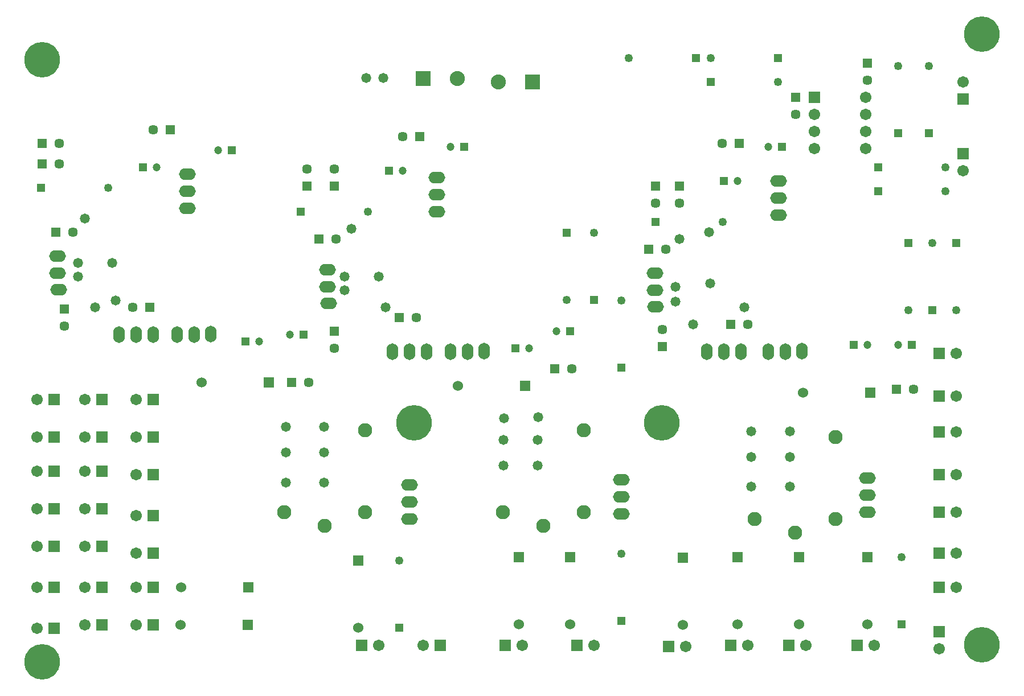
<source format=gbs>
G04*
G04 #@! TF.GenerationSoftware,Altium Limited,Altium Designer,23.1.1 (15)*
G04*
G04 Layer_Color=16711935*
%FSLAX44Y44*%
%MOMM*%
G71*
G04*
G04 #@! TF.SameCoordinates,B2619DF1-9EDC-4D65-B863-11D422F83FB1*
G04*
G04*
G04 #@! TF.FilePolarity,Negative*
G04*
G01*
G75*
%ADD20C,5.2832*%
%ADD21C,2.1082*%
%ADD22O,1.7272X2.4892*%
%ADD23O,2.4892X1.7272*%
%ADD24R,1.2000X1.2000*%
%ADD25C,1.2000*%
%ADD26C,1.2500*%
%ADD27R,1.2500X1.2500*%
%ADD28R,1.2500X1.2500*%
%ADD29R,1.5240X1.5240*%
%ADD30C,1.5240*%
%ADD31C,1.7032*%
%ADD32R,1.7032X1.7032*%
%ADD33C,1.4532*%
%ADD34R,1.4532X1.4532*%
%ADD35R,1.5240X1.5240*%
%ADD36C,2.2352*%
%ADD37R,2.2352X2.2352*%
%ADD38R,1.7032X1.7032*%
%ADD39C,1.4732*%
%ADD40R,1.4532X1.4532*%
D20*
X1612900Y1244600D02*
D03*
X215900Y311150D02*
D03*
X1136650Y666750D02*
D03*
X768350D02*
D03*
X215900Y1206500D02*
D03*
X1612900Y336550D02*
D03*
D21*
X695960Y533320D02*
D03*
X635960Y513320D02*
D03*
X575960Y533320D02*
D03*
X695960Y655320D02*
D03*
X1395080Y645240D02*
D03*
X1275080Y523240D02*
D03*
X1335080Y503240D02*
D03*
X1395080Y523240D02*
D03*
X1021080Y655320D02*
D03*
X901080Y533320D02*
D03*
X961080Y513320D02*
D03*
X1021080Y533320D02*
D03*
D22*
X1295400Y772160D02*
D03*
X1320800D02*
D03*
X1344930Y773430D02*
D03*
X822960Y772160D02*
D03*
X848360D02*
D03*
X872490Y773430D02*
D03*
X416560Y797560D02*
D03*
X441960D02*
D03*
X466090Y798830D02*
D03*
X381000Y797560D02*
D03*
X330200D02*
D03*
X355600D02*
D03*
X762000Y772160D02*
D03*
X736600D02*
D03*
X787400D02*
D03*
X1254760D02*
D03*
X1203960D02*
D03*
X1229360D02*
D03*
D23*
X1126490Y888746D02*
D03*
Y863346D02*
D03*
X1127760Y839216D02*
D03*
X640080Y894080D02*
D03*
Y868680D02*
D03*
X641350Y844550D02*
D03*
X238760Y914400D02*
D03*
Y889000D02*
D03*
X240030Y864870D02*
D03*
X431800Y1010920D02*
D03*
Y1036320D02*
D03*
Y985520D02*
D03*
X802640Y1005840D02*
D03*
Y1031240D02*
D03*
Y980440D02*
D03*
X762000Y523240D02*
D03*
Y574040D02*
D03*
Y548640D02*
D03*
X1310640Y975360D02*
D03*
Y1026160D02*
D03*
Y1000760D02*
D03*
X1076960Y556260D02*
D03*
Y581660D02*
D03*
Y530860D02*
D03*
X1442720Y558800D02*
D03*
Y584200D02*
D03*
Y533400D02*
D03*
D24*
X1508600Y782320D02*
D03*
X1229520Y1026160D02*
D03*
X1315560Y1076960D02*
D03*
X1422400Y782320D02*
D03*
X1000760Y802640D02*
D03*
X919800Y777240D02*
D03*
X843280Y1076960D02*
D03*
X604360Y797560D02*
D03*
X518320Y787400D02*
D03*
X731680Y1041400D02*
D03*
X497680Y1071880D02*
D03*
X365920Y1046480D02*
D03*
D25*
X1488600Y782320D02*
D03*
X1249520Y1026160D02*
D03*
X1295560Y1076960D02*
D03*
X1442400Y782320D02*
D03*
X980760Y802640D02*
D03*
X939800Y777240D02*
D03*
X823280Y1076960D02*
D03*
X584360Y797560D02*
D03*
X538320Y787400D02*
D03*
X751680Y1041400D02*
D03*
X477680Y1071880D02*
D03*
X385920Y1046480D02*
D03*
D26*
X1076960Y848360D02*
D03*
X1087920Y1209040D02*
D03*
X1309840Y1173480D02*
D03*
X1209840Y1209040D02*
D03*
X1574800Y833920D02*
D03*
X1493520Y466560D02*
D03*
X1558760Y1046480D02*
D03*
Y1010920D02*
D03*
X1488440Y1197280D02*
D03*
X1534160D02*
D03*
X1076960Y471640D02*
D03*
X1227760Y965200D02*
D03*
X746760Y461480D02*
D03*
X314160Y1016000D02*
D03*
X700240Y980440D02*
D03*
X995680Y849160D02*
D03*
X1036320Y949160D02*
D03*
X1503680Y833920D02*
D03*
X1539240Y933920D02*
D03*
D27*
X1076960Y748360D02*
D03*
X1574800Y933920D02*
D03*
X1493520Y366560D02*
D03*
X1488440Y1097280D02*
D03*
X1534160D02*
D03*
X1076960Y371640D02*
D03*
X746760Y361480D02*
D03*
X995680Y949160D02*
D03*
X1036320Y849160D02*
D03*
X1503680Y933920D02*
D03*
X1539240Y833920D02*
D03*
D28*
X1187920Y1209040D02*
D03*
X1209840Y1173480D02*
D03*
X1309840Y1209040D02*
D03*
X1458760Y1046480D02*
D03*
Y1010920D02*
D03*
X1127760Y965200D02*
D03*
X214160Y1016000D02*
D03*
X600240Y980440D02*
D03*
D29*
X522440Y421640D02*
D03*
X521640Y365760D02*
D03*
X1447000Y711200D02*
D03*
X933920Y721360D02*
D03*
X552920Y726440D02*
D03*
D30*
X422440Y421640D02*
D03*
X421640Y365760D02*
D03*
X1442720Y366560D02*
D03*
X1341120D02*
D03*
X1249680D02*
D03*
X1168400Y365760D02*
D03*
X1000760Y366560D02*
D03*
X1347000Y711200D02*
D03*
X924560Y366560D02*
D03*
X685800Y361480D02*
D03*
X833920Y721360D02*
D03*
X452920Y726440D02*
D03*
D31*
X355600Y421640D02*
D03*
Y365760D02*
D03*
X1440180Y1074420D02*
D03*
Y1099820D02*
D03*
Y1125220D02*
D03*
Y1150620D02*
D03*
X1363980Y1074420D02*
D03*
Y1099820D02*
D03*
Y1125220D02*
D03*
X1574800Y769620D02*
D03*
Y706120D02*
D03*
Y652780D02*
D03*
Y472440D02*
D03*
Y533400D02*
D03*
Y589280D02*
D03*
Y421640D02*
D03*
X1351280Y335280D02*
D03*
X355600Y701040D02*
D03*
Y645160D02*
D03*
Y589280D02*
D03*
Y528320D02*
D03*
Y472440D02*
D03*
X279400Y421640D02*
D03*
Y365760D02*
D03*
X208280Y594360D02*
D03*
X279400D02*
D03*
Y538480D02*
D03*
X208280Y421640D02*
D03*
X1584960Y1173480D02*
D03*
X1549400Y330200D02*
D03*
X782320Y335280D02*
D03*
X1264920D02*
D03*
X1172718Y333756D02*
D03*
X1452880Y335280D02*
D03*
X1036320D02*
D03*
X929640D02*
D03*
X716280D02*
D03*
X279400Y701040D02*
D03*
X208280D02*
D03*
X279400Y645160D02*
D03*
Y482600D02*
D03*
X208280Y360680D02*
D03*
Y482600D02*
D03*
Y645160D02*
D03*
Y538480D02*
D03*
X1584960Y1041400D02*
D03*
D32*
X381000Y421640D02*
D03*
Y365760D02*
D03*
X1363980Y1150620D02*
D03*
X1549400Y769620D02*
D03*
Y706120D02*
D03*
Y652780D02*
D03*
Y472440D02*
D03*
Y533400D02*
D03*
Y589280D02*
D03*
Y421640D02*
D03*
X1325880Y335280D02*
D03*
X381000Y701040D02*
D03*
Y645160D02*
D03*
Y589280D02*
D03*
Y528320D02*
D03*
Y472440D02*
D03*
X304800Y421640D02*
D03*
Y365760D02*
D03*
X233680Y594360D02*
D03*
X304800D02*
D03*
Y538480D02*
D03*
X233680Y421640D02*
D03*
X807720Y335280D02*
D03*
X1239520D02*
D03*
X1147318Y333756D02*
D03*
X1427480Y335280D02*
D03*
X1010920D02*
D03*
X904240D02*
D03*
X690880D02*
D03*
X304800Y701040D02*
D03*
X233680D02*
D03*
X304800Y645160D02*
D03*
Y482600D02*
D03*
X233680Y360680D02*
D03*
Y482600D02*
D03*
Y645160D02*
D03*
Y538480D02*
D03*
D33*
X1336040Y1125420D02*
D03*
X1163320Y993340D02*
D03*
X1442720Y1176220D02*
D03*
X1227020Y1082040D02*
D03*
X609600Y1043740D02*
D03*
X1137920Y804980D02*
D03*
X1127760Y993340D02*
D03*
X1511100Y716280D02*
D03*
X1143000Y924560D02*
D03*
X1264920Y812800D02*
D03*
X1003100Y746760D02*
D03*
X650240Y777640D02*
D03*
X248920Y810460D02*
D03*
X241100Y1051560D02*
D03*
Y1082040D02*
D03*
X261420Y949960D02*
D03*
X650240Y1043740D02*
D03*
X751840Y1092200D02*
D03*
X652580Y939800D02*
D03*
X772160Y822960D02*
D03*
X611940Y726440D02*
D03*
X381400Y1102360D02*
D03*
X350920Y838200D02*
D03*
D34*
X1336040Y1150420D02*
D03*
X1163320Y1018340D02*
D03*
X1442720Y1201220D02*
D03*
X609600Y1018740D02*
D03*
X1137920Y779980D02*
D03*
X1127760Y1018340D02*
D03*
X650240Y802640D02*
D03*
X248920Y835460D02*
D03*
X650240Y1018740D02*
D03*
D35*
X1442720Y466560D02*
D03*
X1341120D02*
D03*
X1249680D02*
D03*
X1168400Y465760D02*
D03*
X1000760Y466560D02*
D03*
X924560D02*
D03*
X685800Y461480D02*
D03*
D36*
X833120Y1178560D02*
D03*
X894080Y1173480D02*
D03*
D37*
X782320Y1178560D02*
D03*
X944880Y1173480D02*
D03*
D38*
X1584960Y1148080D02*
D03*
X1549400Y355600D02*
D03*
X1584960Y1066800D02*
D03*
D39*
X722630Y1179576D02*
D03*
X697230D02*
D03*
X1270000Y654050D02*
D03*
X1327150D02*
D03*
X1270000Y615950D02*
D03*
X1327150D02*
D03*
X1270000Y571500D02*
D03*
X1327150D02*
D03*
X635000Y577850D02*
D03*
X577850D02*
D03*
X635000Y622300D02*
D03*
X577850D02*
D03*
X635000Y660400D02*
D03*
X577850D02*
D03*
X952500Y603250D02*
D03*
X901700D02*
D03*
Y641350D02*
D03*
X952500D02*
D03*
X953008Y675132D02*
D03*
X902462Y672846D02*
D03*
X1183640Y812800D02*
D03*
X1207008Y949706D02*
D03*
X1156970Y846836D02*
D03*
X1157224Y868680D02*
D03*
X1209040Y873760D02*
D03*
X665480Y863600D02*
D03*
Y883920D02*
D03*
X1259840Y838200D02*
D03*
X716280Y883920D02*
D03*
X726440Y838200D02*
D03*
X1163320Y939800D02*
D03*
X675640Y955040D02*
D03*
X279400Y970280D02*
D03*
X269240Y883920D02*
D03*
Y904240D02*
D03*
X325120Y848360D02*
D03*
X294640Y838200D02*
D03*
X320040Y904240D02*
D03*
D40*
X1252020Y1082040D02*
D03*
X1486100Y716280D02*
D03*
X1118000Y924560D02*
D03*
X1239920Y812800D02*
D03*
X978100Y746760D02*
D03*
X216100Y1051560D02*
D03*
Y1082040D02*
D03*
X236420Y949960D02*
D03*
X776840Y1092200D02*
D03*
X627580Y939800D02*
D03*
X747160Y822960D02*
D03*
X586940Y726440D02*
D03*
X406400Y1102360D02*
D03*
X375920Y838200D02*
D03*
M02*

</source>
